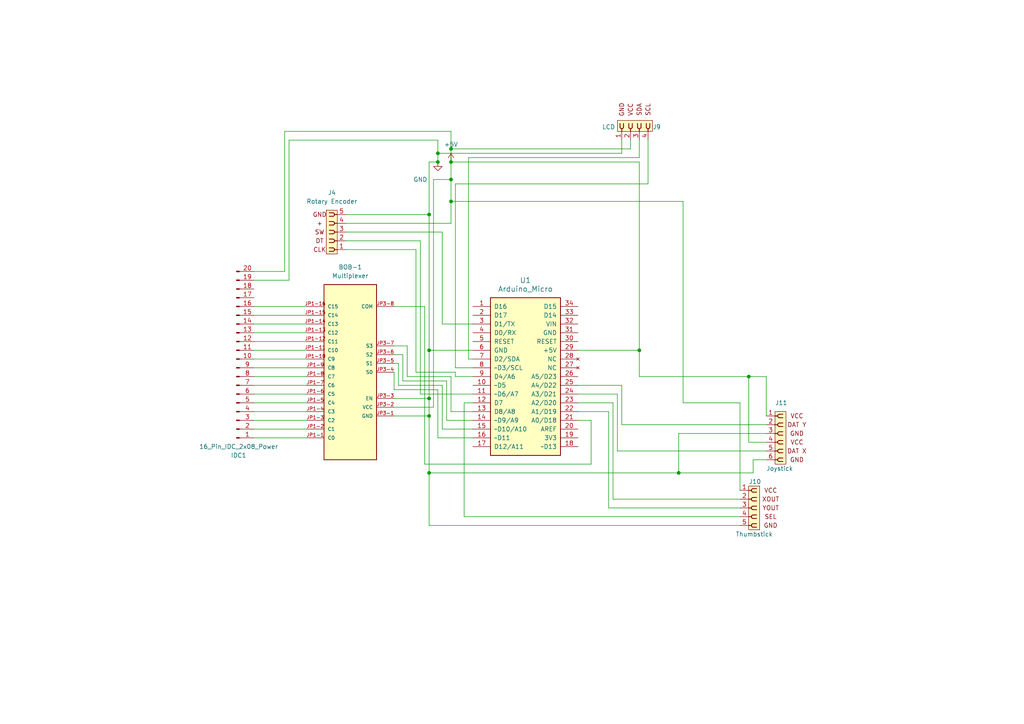
<source format=kicad_sch>
(kicad_sch (version 20230121) (generator eeschema)
  (paper "A4")
  (lib_symbols
    (symbol "16_Pin_IDC:2x09_IDC_Power" (pin_names (offset 1.016) hide)
      (property "Reference" "IDC" (at -13.97 25.4 0))
      (property "Value" "16_Pin_IDC_2x08_Power" (at -11.43 -30.48 0))
      (symbol "2x09_IDC_Power_1_1"
        (rectangle (start -15.6464 -26.543) (end -16.51 -26.797) (stroke (width 0.1524)) (fill (type outline)))
        (rectangle (start -15.6464 -24.003) (end -16.51 -24.257) (stroke (width 0.1524)) (fill (type outline)))
        (rectangle (start -15.6464 -21.463) (end -16.51 -21.717) (stroke (width 0.1524)) (fill (type outline)))
        (rectangle (start -15.6464 -18.923) (end -16.51 -19.177) (stroke (width 0.1524)) (fill (type outline)))
        (rectangle (start -15.6464 -16.383) (end -16.51 -16.637) (stroke (width 0.1524)) (fill (type outline)))
        (rectangle (start -15.6464 -13.843) (end -16.51 -14.097) (stroke (width 0.1524)) (fill (type outline)))
        (rectangle (start -15.6464 -11.303) (end -16.51 -11.557) (stroke (width 0.1524)) (fill (type outline)))
        (rectangle (start -15.6464 -8.763) (end -16.51 -9.017) (stroke (width 0.1524)) (fill (type outline)))
        (rectangle (start -15.6464 -6.223) (end -16.51 -6.477) (stroke (width 0.1524)) (fill (type outline)))
        (rectangle (start -15.6464 -3.683) (end -16.51 -3.937) (stroke (width 0.1524)) (fill (type outline)))
        (rectangle (start -15.6464 -1.143) (end -16.51 -1.397) (stroke (width 0.1524)) (fill (type outline)))
        (rectangle (start -15.6464 1.397) (end -16.51 1.143) (stroke (width 0.1524)) (fill (type outline)))
        (rectangle (start -15.6464 3.937) (end -16.51 3.683) (stroke (width 0.1524)) (fill (type outline)))
        (rectangle (start -15.6464 6.477) (end -16.51 6.223) (stroke (width 0.1524)) (fill (type outline)))
        (rectangle (start -15.6464 9.017) (end -16.51 8.763) (stroke (width 0.1524)) (fill (type outline)))
        (rectangle (start -15.6464 11.557) (end -16.51 11.303) (stroke (width 0.1524)) (fill (type outline)))
        (rectangle (start -15.6464 14.097) (end -16.51 13.843) (stroke (width 0.1524)) (fill (type outline)))
        (rectangle (start -15.6464 16.637) (end -16.51 16.383) (stroke (width 0.1524)) (fill (type outline)))
        (rectangle (start -15.6464 19.177) (end -16.51 18.923) (stroke (width 0.1524)) (fill (type outline)))
        (rectangle (start -15.6464 21.717) (end -16.51 21.463) (stroke (width 0.1524)) (fill (type outline)))
        (polyline (pts (xy -15.24 -26.67) (xy -15.6464 -26.67)) (stroke (width 0.1524)))
        (polyline (pts (xy -15.24 -24.13) (xy -15.6464 -24.13)) (stroke (width 0.1524)))
        (polyline (pts (xy -15.24 -21.59) (xy -15.6464 -21.59)) (stroke (width 0.1524)))
        (polyline (pts (xy -15.24 -19.05) (xy -15.6464 -19.05)) (stroke (width 0.1524)))
        (polyline (pts (xy -15.24 -16.51) (xy -15.6464 -16.51)) (stroke (width 0.1524)))
        (polyline (pts (xy -15.24 -13.97) (xy -15.6464 -13.97)) (stroke (width 0.1524)))
        (polyline (pts (xy -15.24 -11.43) (xy -15.6464 -11.43)) (stroke (width 0.1524)))
        (polyline (pts (xy -15.24 -8.89) (xy -15.6464 -8.89)) (stroke (width 0.1524)))
        (polyline (pts (xy -15.24 -6.35) (xy -15.6464 -6.35)) (stroke (width 0.1524)))
        (polyline (pts (xy -15.24 -3.81) (xy -15.6464 -3.81)) (stroke (width 0.1524)))
        (polyline (pts (xy -15.24 -1.27) (xy -15.6464 -1.27)) (stroke (width 0.1524)))
        (polyline (pts (xy -15.24 1.27) (xy -15.6464 1.27)) (stroke (width 0.1524)))
        (polyline (pts (xy -15.24 3.81) (xy -15.6464 3.81)) (stroke (width 0.1524)))
        (polyline (pts (xy -15.24 6.35) (xy -15.6464 6.35)) (stroke (width 0.1524)))
        (polyline (pts (xy -15.24 8.89) (xy -15.6464 8.89)) (stroke (width 0.1524)))
        (polyline (pts (xy -15.24 11.43) (xy -15.6464 11.43)) (stroke (width 0.1524)))
        (polyline (pts (xy -15.24 13.97) (xy -15.6464 13.97)) (stroke (width 0.1524)))
        (polyline (pts (xy -15.24 16.51) (xy -15.6464 16.51)) (stroke (width 0.1524)))
        (polyline (pts (xy -15.24 19.05) (xy -15.6464 19.05)) (stroke (width 0.1524)))
        (polyline (pts (xy -15.24 21.59) (xy -15.6464 21.59)) (stroke (width 0.1524)))
        (pin passive line (at -11.43 21.59 180) (length 3.81) (name "Pin_1") (number "1"))
        (pin passive line (at -11.43 -1.27 180) (length 3.81) (name "Pin_10") (number "10"))
        (pin passive line (at -11.43 -3.81 180) (length 3.81) (name "Pin_11") (number "11"))
        (pin passive line (at -11.43 -6.35 180) (length 3.81) (name "Pin_12") (number "12"))
        (pin passive line (at -11.43 -8.89 180) (length 3.81) (name "Pin_13") (number "13"))
        (pin passive line (at -11.43 -11.43 180) (length 3.81) (name "Pin_14") (number "14"))
        (pin passive line (at -11.43 -13.97 180) (length 3.81) (name "Pin_15") (number "15"))
        (pin passive line (at -11.43 -16.51 180) (length 3.81) (name "Pin_16") (number "16"))
        (pin passive line (at -11.43 -19.05 180) (length 3.81) (name "Pin_17") (number "17"))
        (pin passive line (at -11.43 -21.59 180) (length 3.81) (name "Pin_18") (number "18"))
        (pin passive line (at -11.43 -24.13 180) (length 3.81) (name "Pin_19") (number "19"))
        (pin passive line (at -11.43 19.05 180) (length 3.81) (name "Pin_2") (number "2"))
        (pin passive line (at -11.43 -26.67 180) (length 3.81) (name "Pin_20") (number "20"))
        (pin passive line (at -11.43 16.51 180) (length 3.81) (name "Pin_3") (number "3"))
        (pin passive line (at -11.43 13.97 180) (length 3.81) (name "Pin_4") (number "4"))
        (pin passive line (at -11.43 11.43 180) (length 3.81) (name "Pin_5") (number "5"))
        (pin passive line (at -11.43 8.89 180) (length 3.81) (name "Pin_6") (number "6"))
        (pin passive line (at -11.43 6.35 180) (length 3.81) (name "Pin_7") (number "7"))
        (pin passive line (at -11.43 3.81 180) (length 3.81) (name "Pin_8") (number "8"))
        (pin passive line (at -11.43 1.27 180) (length 3.81) (name "Pin_9") (number "9"))
      )
    )
    (symbol "Arduino:Arduino_Micro" (pin_names (offset 1.016))
      (property "Reference" "U" (at -10.16 26.67 0))
      (property "Value" "Arduino_Micro" (at -2.54 24.13 0))
      (symbol "Arduino_Micro_0_1"
        (rectangle (start -10.16 22.86) (end 10.16 -22.86) (stroke (width 0.254)) (fill (type background)))
      )
      (symbol "Arduino_Micro_1_1"
        (pin bidirectional line (at -15.24 20.32 0) (length 5.08) (name "D16") (number "1"))
        (pin bidirectional line (at -15.24 -2.54 0) (length 5.08) (name "~D5") (number "10"))
        (pin bidirectional line (at -15.24 -5.08 0) (length 5.08) (name "~D6/A7") (number "11"))
        (pin bidirectional line (at -15.24 -7.62 0) (length 5.08) (name "D7") (number "12"))
        (pin bidirectional line (at -15.24 -10.16 0) (length 5.08) (name "D8/A8") (number "13"))
        (pin bidirectional line (at -15.24 -12.7 0) (length 5.08) (name "~D9/A9") (number "14"))
        (pin bidirectional line (at -15.24 -15.24 0) (length 5.08) (name "~D10/A10") (number "15"))
        (pin bidirectional line (at -15.24 -17.78 0) (length 5.08) (name "~D11") (number "16"))
        (pin bidirectional line (at -15.24 -20.32 0) (length 5.08) (name "D12/A11") (number "17"))
        (pin bidirectional line (at 15.24 -20.32 180) (length 5.08) (name "~D13") (number "18"))
        (pin power_out line (at 15.24 -17.78 180) (length 5.08) (name "3V3") (number "19"))
        (pin bidirectional line (at -15.24 17.78 0) (length 5.08) (name "D17") (number "2"))
        (pin input line (at 15.24 -15.24 180) (length 5.08) (name "AREF") (number "20"))
        (pin bidirectional line (at 15.24 -12.7 180) (length 5.08) (name "A0/D18") (number "21"))
        (pin bidirectional line (at 15.24 -10.16 180) (length 5.08) (name "A1/D19") (number "22"))
        (pin bidirectional line (at 15.24 -7.62 180) (length 5.08) (name "A2/D20") (number "23"))
        (pin bidirectional line (at 15.24 -5.08 180) (length 5.08) (name "A3/D21") (number "24"))
        (pin bidirectional line (at 15.24 -2.54 180) (length 5.08) (name "A4/D22") (number "25"))
        (pin bidirectional line (at 15.24 0 180) (length 5.08) (name "A5/D23") (number "26"))
        (pin no_connect line (at 15.24 2.54 180) (length 5.08) (name "NC") (number "27"))
        (pin no_connect line (at 15.24 5.08 180) (length 5.08) (name "NC") (number "28"))
        (pin power_in line (at 15.24 7.62 180) (length 5.08) (name "+5V") (number "29"))
        (pin bidirectional line (at -15.24 15.24 0) (length 5.08) (name "D1/TX") (number "3"))
        (pin input line (at 15.24 10.16 180) (length 5.08) (name "RESET") (number "30"))
        (pin power_in line (at 15.24 12.7 180) (length 5.08) (name "GND") (number "31"))
        (pin power_out line (at 15.24 15.24 180) (length 5.08) (name "VIN") (number "32"))
        (pin bidirectional line (at 15.24 17.78 180) (length 5.08) (name "D14") (number "33"))
        (pin bidirectional line (at 15.24 20.32 180) (length 5.08) (name "D15") (number "34"))
        (pin bidirectional line (at -15.24 12.7 0) (length 5.08) (name "D0/RX") (number "4"))
        (pin input line (at -15.24 10.16 0) (length 5.08) (name "RESET") (number "5"))
        (pin power_in line (at -15.24 7.62 0) (length 5.08) (name "GND") (number "6"))
        (pin bidirectional line (at -15.24 5.08 0) (length 5.08) (name "D2/SDA") (number "7"))
        (pin bidirectional line (at -15.24 2.54 0) (length 5.08) (name "~D3/SCL") (number "8"))
        (pin bidirectional line (at -15.24 0 0) (length 5.08) (name "D4/A6") (number "9"))
      )
    )
    (symbol "CD74CH4067:BOB-09056" (pin_names (offset 1.016))
      (property "Reference" "BOB-1" (at 0 30.48 0))
      (property "Value" "BOB-09056" (at 0 27.94 0))
      (symbol "BOB-09056_0_0"
        (rectangle (start -7.62 25.4) (end 7.62 -25.4) (stroke (width 0.254)) (fill (type background)))
        (pin input line (at -12.7 -19.05 0) (length 5.08) (name "C0") (number "JP1-1"))
        (pin input line (at -12.7 3.81 0) (length 5.08) (name "C9") (number "JP1-10"))
        (pin input line (at -12.7 6.35 0) (length 5.08) (name "C10") (number "JP1-11"))
        (pin input line (at -12.7 8.89 0) (length 5.08) (name "C11") (number "JP1-12"))
        (pin input line (at -12.7 11.43 0) (length 5.08) (name "C12") (number "JP1-13"))
        (pin input line (at -12.7 13.97 0) (length 5.08) (name "C13") (number "JP1-14"))
        (pin input line (at -12.7 16.51 0) (length 5.08) (name "C14") (number "JP1-15"))
        (pin input line (at -12.7 19.05 0) (length 5.08) (name "C15") (number "JP1-16"))
        (pin input line (at -12.7 -16.51 0) (length 5.08) (name "C1") (number "JP1-2"))
        (pin input line (at -12.7 -13.97 0) (length 5.08) (name "C2") (number "JP1-3"))
        (pin input line (at -12.7 -11.43 0) (length 5.08) (name "C3") (number "JP1-4"))
        (pin input line (at -12.7 -8.89 0) (length 5.08) (name "C4") (number "JP1-5"))
        (pin input line (at -12.7 -6.35 0) (length 5.08) (name "C5") (number "JP1-6"))
        (pin input line (at -12.7 -3.81 0) (length 5.08) (name "C6") (number "JP1-7"))
        (pin input line (at -12.7 -1.27 0) (length 5.08) (name "C7") (number "JP1-8"))
        (pin input line (at -12.7 1.27 0) (length 5.08) (name "C8") (number "JP1-9"))
        (pin power_in line (at 12.7 -12.7 180) (length 5.08) (name "GND") (number "JP3-1"))
        (pin power_in line (at 12.7 -10.16 180) (length 5.08) (name "VCC") (number "JP3-2"))
        (pin input line (at 12.7 -7.62 180) (length 5.08) (name "EN") (number "JP3-3"))
        (pin input line (at 12.7 0 180) (length 5.08) (name "S0") (number "JP3-4"))
        (pin input line (at 12.7 2.54 180) (length 5.08) (name "S1") (number "JP3-5"))
        (pin input line (at 12.7 5.08 180) (length 5.08) (name "S2") (number "JP3-6"))
        (pin input line (at 12.7 7.62 180) (length 5.08) (name "S3") (number "JP3-7"))
        (pin bidirectional line (at 12.7 19.05 180) (length 5.08) (name "COM") (number "JP3-8"))
      )
    )
    (symbol "PCM_SL_Pin_Headers:PINHD_1x4_Female"
      (property "Reference" "J9" (at 0 -6.35 90))
      (property "Value" "LCD" (at 0 7.62 90))
      (symbol "PINHD_1x4_Female_0_1"
        (rectangle (start -1.27 5.08) (end 1.905 -5.08) (fill (type background)))
        (arc (start -0.508 -3.81) (mid -0.3592 -4.1692) (end 0 -4.318) (stroke (width 0.25)))
        (arc (start -0.508 -1.27) (mid -0.3592 -1.6292) (end 0 -1.778) (stroke (width 0.25)))
        (arc (start -0.508 1.27) (mid -0.3592 0.9108) (end 0 0.762) (stroke (width 0.25)))
        (arc (start -0.508 3.81) (mid -0.3592 3.4508) (end 0 3.302) (stroke (width 0.25)))
        (arc (start 0 -3.302) (mid -0.3592 -3.4508) (end -0.508 -3.81) (stroke (width 0.25)))
        (arc (start 0 -0.762) (mid -0.3592 -0.9108) (end -0.508 -1.27) (stroke (width 0.25)))
        (polyline (pts (xy -1.27 -3.81) (xy -0.508 -3.81)) (stroke (width 0.25)))
        (polyline (pts (xy -1.27 -1.27) (xy -0.508 -1.27)) (stroke (width 0.25)))
        (polyline (pts (xy -1.27 1.27) (xy -0.508 1.27)) (stroke (width 0.25)))
        (polyline (pts (xy -1.27 3.81) (xy -0.508 3.81)) (stroke (width 0.25)))
        (polyline (pts (xy 0 -4.318) (xy 1.016 -4.318)) (stroke (width 0.25)))
        (polyline (pts (xy 0 -3.302) (xy 1.016 -3.302)) (stroke (width 0.25)))
        (polyline (pts (xy 0 -1.778) (xy 1.016 -1.778)) (stroke (width 0.25)))
        (polyline (pts (xy 0 -0.762) (xy 1.016 -0.762)) (stroke (width 0.25)))
        (polyline (pts (xy 0 0.762) (xy 1.016 0.762)) (stroke (width 0.25)))
        (polyline (pts (xy 0 1.778) (xy 1.016 1.778)) (stroke (width 0.25)))
        (polyline (pts (xy 0 3.302) (xy 1.016 3.302)) (stroke (width 0.25)))
        (polyline (pts (xy 0 4.318) (xy 1.016 4.318)) (stroke (width 0.25)))
        (arc (start 0 1.778) (mid -0.3592 1.6292) (end -0.508 1.27) (stroke (width 0.25)))
        (arc (start 0 4.318) (mid -0.3592 4.1692) (end -0.508 3.81) (stroke (width 0.25)))
      )
      (symbol "PINHD_1x4_Female_1_1"
        (text "GND" (at 5.08 3.81 0) (effects (font (size 1.27 1.27))))
        (text "SCL" (at 5.08 -3.81 0) (effects (font (size 1.27 1.27))))
        (text "SDA" (at 5.08 -1.27 0) (effects (font (size 1.27 1.27))))
        (text "VCC" (at 5.08 1.27 0) (effects (font (size 1.27 1.27))))
        (pin passive line (at -3.81 3.81 0) (length 2.54) (name "") (number "1"))
        (pin passive line (at -3.81 1.27 0) (length 2.54) (name "") (number "2"))
        (pin passive line (at -3.81 -1.27 0) (length 2.54) (name "") (number "3"))
        (pin passive line (at -3.81 -3.81 0) (length 2.54) (name "") (number "4"))
      )
    )
    (symbol "PCM_SL_Pin_Headers:PINHD_1x5_Female"
      (property "Reference" "J4" (at 0.255 -11.43 0))
      (property "Value" "Rotary Encoder" (at 0.255 -8.89 0))
      (symbol "PINHD_1x5_Female_0_1"
        (rectangle (start -1.27 6.35) (end 1.905 -6.35) (fill (type background)))
        (arc (start -0.508 -5.08) (mid -0.3592 -5.4392) (end 0 -5.588) (stroke (width 0.25)))
        (arc (start -0.508 -2.54) (mid -0.3592 -2.8992) (end 0 -3.048) (stroke (width 0.25)))
        (arc (start -0.508 0) (mid -0.3592 -0.3592) (end 0 -0.508) (stroke (width 0.25)))
        (arc (start -0.508 2.54) (mid -0.3592 2.1808) (end 0 2.032) (stroke (width 0.25)))
        (arc (start -0.508 5.08) (mid -0.3592 4.7208) (end 0 4.572) (stroke (width 0.25)))
        (arc (start 0 -4.572) (mid -0.3592 -4.7208) (end -0.508 -5.08) (stroke (width 0.25)))
        (arc (start 0 -2.032) (mid -0.3592 -2.1808) (end -0.508 -2.54) (stroke (width 0.25)))
        (polyline (pts (xy -1.27 -5.08) (xy -0.508 -5.08)) (stroke (width 0.25)))
        (polyline (pts (xy -1.27 -2.54) (xy -0.508 -2.54)) (stroke (width 0.25)))
        (polyline (pts (xy -1.27 0) (xy -0.508 0)) (stroke (width 0.25)))
        (polyline (pts (xy -1.27 2.54) (xy -0.508 2.54)) (stroke (width 0.25)))
        (polyline (pts (xy -1.27 5.08) (xy -0.508 5.08)) (stroke (width 0.25)))
        (polyline (pts (xy 0 -5.588) (xy 1.016 -5.588)) (stroke (width 0.25)))
        (polyline (pts (xy 0 -4.572) (xy 1.016 -4.572)) (stroke (width 0.25)))
        (polyline (pts (xy 0 -3.048) (xy 1.016 -3.048)) (stroke (width 0.25)))
        (polyline (pts (xy 0 -2.032) (xy 1.016 -2.032)) (stroke (width 0.25)))
        (polyline (pts (xy 0 -0.508) (xy 1.016 -0.508)) (stroke (width 0.25)))
        (polyline (pts (xy 0 0.508) (xy 1.016 0.508)) (stroke (width 0.25)))
        (polyline (pts (xy 0 2.032) (xy 1.016 2.032)) (stroke (width 0.25)))
        (polyline (pts (xy 0 3.048) (xy 1.016 3.048)) (stroke (width 0.25)))
        (polyline (pts (xy 0 4.572) (xy 1.016 4.572)) (stroke (width 0.25)))
        (polyline (pts (xy 0 5.588) (xy 1.016 5.588)) (stroke (width 0.25)))
        (arc (start 0 0.508) (mid -0.3592 0.3592) (end -0.508 0) (stroke (width 0.25)))
        (arc (start 0 3.048) (mid -0.3592 2.8992) (end -0.508 2.54) (stroke (width 0.25)))
        (arc (start 0 5.588) (mid -0.3592 5.4392) (end -0.508 5.08) (stroke (width 0.25)))
      )
      (symbol "PINHD_1x5_Female_1_1"
        (text "+" (at 3.81 -2.54 0) (effects (font (size 1.27 1.27))))
        (text "CLK" (at 3.81 5.08 0) (effects (font (size 1.27 1.27))))
        (text "DT" (at 3.81 2.54 0) (effects (font (size 1.27 1.27))))
        (text "GND" (at 3.81 -5.08 0) (effects (font (size 1.27 1.27))))
        (text "SW" (at 3.81 0 0) (effects (font (size 1.27 1.27))))
        (pin passive line (at -3.81 5.08 0) (length 2.54) (name "") (number "1"))
        (pin passive line (at -3.81 2.54 0) (length 2.54) (name "") (number "2"))
        (pin passive line (at -3.81 0 0) (length 2.54) (name "") (number "3"))
        (pin passive line (at -3.81 -2.54 0) (length 2.54) (name "") (number "4"))
        (pin passive line (at -3.81 -5.08 0) (length 2.54) (name "") (number "5"))
      )
    )
    (symbol "PCM_SL_Pin_Headers:PINHD_1x6_Female"
      (property "Reference" "J11" (at -1.27 10.16 0))
      (property "Value" "Joystick" (at -3.81 -8.89 0))
      (symbol "PINHD_1x6_Female_0_1"
        (rectangle (start -1.27 7.62) (end 1.905 -7.62) (fill (type background)))
        (arc (start -0.508 -6.35) (mid -0.3592 -6.7092) (end 0 -6.858) (stroke (width 0.25)))
        (arc (start -0.508 -3.81) (mid -0.3592 -4.1692) (end 0 -4.318) (stroke (width 0.25)))
        (arc (start -0.508 -1.27) (mid -0.3592 -1.6292) (end 0 -1.778) (stroke (width 0.25)))
        (arc (start -0.508 1.27) (mid -0.3592 0.9108) (end 0 0.762) (stroke (width 0.25)))
        (arc (start -0.508 3.81) (mid -0.3592 3.4508) (end 0 3.302) (stroke (width 0.25)))
        (arc (start -0.508 6.35) (mid -0.3592 5.9908) (end 0 5.842) (stroke (width 0.25)))
        (arc (start 0 -5.842) (mid -0.3592 -5.9908) (end -0.508 -6.35) (stroke (width 0.25)))
        (arc (start 0 -3.302) (mid -0.3592 -3.4508) (end -0.508 -3.81) (stroke (width 0.25)))
        (arc (start 0 -0.762) (mid -0.3592 -0.9108) (end -0.508 -1.27) (stroke (width 0.25)))
        (polyline (pts (xy -1.27 -6.35) (xy -0.508 -6.35)) (stroke (width 0.25)))
        (polyline (pts (xy -1.27 -3.81) (xy -0.508 -3.81)) (stroke (width 0.25)))
        (polyline (pts (xy -1.27 -1.27) (xy -0.508 -1.27)) (stroke (width 0.25)))
        (polyline (pts (xy -1.27 1.27) (xy -0.508 1.27)) (stroke (width 0.25)))
        (polyline (pts (xy -1.27 3.81) (xy -0.508 3.81)) (stroke (width 0.25)))
        (polyline (pts (xy -1.27 6.35) (xy -0.508 6.35)) (stroke (width 0.25)))
        (polyline (pts (xy 0 -6.858) (xy 1.016 -6.858)) (stroke (width 0.25)))
        (polyline (pts (xy 0 -5.842) (xy 1.016 -5.842)) (stroke (width 0.25)))
        (polyline (pts (xy 0 -4.318) (xy 1.016 -4.318)) (stroke (width 0.25)))
        (polyline (pts (xy 0 -3.302) (xy 1.016 -3.302)) (stroke (width 0.25)))
        (polyline (pts (xy 0 -1.778) (xy 1.016 -1.778)) (stroke (width 0.25)))
        (polyline (pts (xy 0 -0.762) (xy 1.016 -0.762)) (stroke (width 0.25)))
        (polyline (pts (xy 0 0.762) (xy 1.016 0.762)) (stroke (width 0.25)))
        (polyline (pts (xy 0 1.778) (xy 1.016 1.778)) (stroke (width 0.25)))
        (polyline (pts (xy 0 3.302) (xy 1.016 3.302)) (stroke (width 0.25)))
        (polyline (pts (xy 0 4.318) (xy 1.016 4.318)) (stroke (width 0.25)))
        (polyline (pts (xy 0 5.842) (xy 1.016 5.842)) (stroke (width 0.25)))
        (polyline (pts (xy 0 6.858) (xy 1.016 6.858)) (stroke (width 0.25)))
        (arc (start 0 1.778) (mid -0.3592 1.6292) (end -0.508 1.27) (stroke (width 0.25)))
        (arc (start 0 4.318) (mid -0.3592 4.1692) (end -0.508 3.81) (stroke (width 0.25)))
        (arc (start 0 6.858) (mid -0.3592 6.7092) (end -0.508 6.35) (stroke (width 0.25)))
      )
      (symbol "PINHD_1x6_Female_1_1"
        (text "DAT X" (at 5.08 -3.81 0) (effects (font (size 1.27 1.27))))
        (text "DAT Y" (at 5.08 3.81 0) (effects (font (size 1.27 1.27))))
        (text "GND" (at 5.08 -6.35 0) (effects (font (size 1.27 1.27))))
        (text "GND" (at 5.08 1.27 0) (effects (font (size 1.27 1.27))))
        (text "VCC" (at 5.08 -1.27 0) (effects (font (size 1.27 1.27))))
        (text "VCC" (at 5.08 6.35 0) (effects (font (size 1.27 1.27))))
        (pin passive line (at -3.81 6.35 0) (length 2.54) (name "") (number "1"))
        (pin passive line (at -3.81 3.81 0) (length 2.54) (name "") (number "2"))
        (pin passive line (at -3.81 1.27 0) (length 2.54) (name "") (number "3"))
        (pin passive line (at -3.81 -1.27 0) (length 2.54) (name "") (number "4"))
        (pin passive line (at -3.81 -3.81 0) (length 2.54) (name "") (number "5"))
        (pin passive line (at -3.81 -6.35 0) (length 2.54) (name "") (number "6"))
      )
    )
    (symbol "PINHD_1x5_Female_1"
      (property "Reference" "J10" (at -1.27 7.62 0))
      (property "Value" "Thumbstick" (at -5.08 -7.62 0))
      (symbol "PINHD_1x5_Female_1_0_1"
        (rectangle (start -1.27 6.35) (end 1.905 -6.35) (fill (type background)))
        (arc (start -0.508 -5.08) (mid -0.3592 -5.4392) (end 0 -5.588) (stroke (width 0.25)))
        (arc (start -0.508 -2.54) (mid -0.3592 -2.8992) (end 0 -3.048) (stroke (width 0.25)))
        (arc (start -0.508 0) (mid -0.3592 -0.3592) (end 0 -0.508) (stroke (width 0.25)))
        (arc (start -0.508 2.54) (mid -0.3592 2.1808) (end 0 2.032) (stroke (width 0.25)))
        (arc (start -0.508 5.08) (mid -0.3592 4.7208) (end 0 4.572) (stroke (width 0.25)))
        (arc (start 0 -4.572) (mid -0.3592 -4.7208) (end -0.508 -5.08) (stroke (width 0.25)))
        (arc (start 0 -2.032) (mid -0.3592 -2.1808) (end -0.508 -2.54) (stroke (width 0.25)))
        (polyline (pts (xy -1.27 -5.08) (xy -0.508 -5.08)) (stroke (width 0.25)))
        (polyline (pts (xy -1.27 -2.54) (xy -0.508 -2.54)) (stroke (width 0.25)))
        (polyline (pts (xy -1.27 0) (xy -0.508 0)) (stroke (width 0.25)))
        (polyline (pts (xy -1.27 2.54) (xy -0.508 2.54)) (stroke (width 0.25)))
        (polyline (pts (xy -1.27 5.08) (xy -0.508 5.08)) (stroke (width 0.25)))
        (polyline (pts (xy 0 -5.588) (xy 1.016 -5.588)) (stroke (width 0.25)))
        (polyline (pts (xy 0 -4.572) (xy 1.016 -4.572)) (stroke (width 0.25)))
        (polyline (pts (xy 0 -3.048) (xy 1.016 -3.048)) (stroke (width 0.25)))
        (polyline (pts (xy 0 -2.032) (xy 1.016 -2.032)) (stroke (width 0.25)))
        (polyline (pts (xy 0 -0.508) (xy 1.016 -0.508)) (stroke (width 0.25)))
        (polyline (pts (xy 0 0.508) (xy 1.016 0.508)) (stroke (width 0.25)))
        (polyline (pts (xy 0 2.032) (xy 1.016 2.032)) (stroke (width 0.25)))
        (polyline (pts (xy 0 3.048) (xy 1.016 3.048)) (stroke (width 0.25)))
        (polyline (pts (xy 0 4.572) (xy 1.016 4.572)) (stroke (width 0.25)))
        (polyline (pts (xy 0 5.588) (xy 1.016 5.588)) (stroke (width 0.25)))
        (arc (start 0 0.508) (mid -0.3592 0.3592) (end -0.508 0) (stroke (width 0.25)))
        (arc (start 0 3.048) (mid -0.3592 2.8992) (end -0.508 2.54) (stroke (width 0.25)))
        (arc (start 0 5.588) (mid -0.3592 5.4392) (end -0.508 5.08) (stroke (width 0.25)))
      )
      (symbol "PINHD_1x5_Female_1_1_1"
        (text "GND" (at 5.08 -5.08 0) (effects (font (size 1.27 1.27))))
        (text "SEL" (at 5.08 -2.54 0) (effects (font (size 1.27 1.27))))
        (text "VCC" (at 5.08 5.08 0) (effects (font (size 1.27 1.27))))
        (text "XOUT" (at 5.08 2.54 0) (effects (font (size 1.27 1.27))))
        (text "YOUT" (at 5.08 0 0) (effects (font (size 1.27 1.27))))
        (pin passive line (at -3.81 5.08 0) (length 2.54) (name "") (number "1"))
        (pin passive line (at -3.81 2.54 0) (length 2.54) (name "") (number "2"))
        (pin passive line (at -3.81 0 0) (length 2.54) (name "") (number "3"))
        (pin passive line (at -3.81 -2.54 0) (length 2.54) (name "") (number "4"))
        (pin passive line (at -3.81 -5.08 0) (length 2.54) (name "") (number "5"))
      )
    )
    (symbol "power:+5V" (power) (pin_names (offset 0))
      (property "Value" "+5V" (at 0 3.556 0))
      (symbol "+5V_0_1"
        (polyline (pts (xy -0.762 1.27) (xy 0 2.54)))
        (polyline (pts (xy 0 0) (xy 0 2.54)))
        (polyline (pts (xy 0 2.54) (xy 0.762 1.27)))
      )
      (symbol "+5V_1_1"
        (pin power_in line (at 0 0 90) (length 0) hide (name "+5V") (number "1"))
      )
    )
    (symbol "power:GND" (power) (pin_names (offset 0))
      (property "Value" "GND" (at 0 -3.81 0))
      (symbol "GND_0_1"
        (polyline (pts (xy 0 0) (xy 0 -1.27) (xy 1.27 -1.27) (xy 0 -2.54) (xy -1.27 -1.27) (xy 0 -1.27)))
      )
      (symbol "GND_1_1"
        (pin power_in line (at 0 0 270) (length 0) hide (name "GND") (number "1"))
      )
    )
  )
  (junction (at 124.46 62.23))
  (junction (at 130.81 58.42))
  (junction (at 124.46 120.65))
  (junction (at 217.17 109.22))
  (junction (at 130.81 52.07))
  (junction (at 196.85 137.16))
  (junction (at 124.46 137.16))
  (junction (at 127 44.45))
  (junction (at 127 46.99))
  (junction (at 130.81 46.99))
  (junction (at 130.81 43.18))
  (junction (at 124.46 115.57))
  (junction (at 124.46 101.6))
  (junction (at 185.42 101.6))
  (wire (pts (xy 179.07 114.3) (xy 167.64 114.3)))
  (wire (pts (xy 185.42 109.22) (xy 217.17 109.22)))
  (wire (pts (xy 83.82 40.64) (xy 83.82 81.28)))
  (wire (pts (xy 114.3 118.11) (xy 125.73 118.11)))
  (wire (pts (xy 129.54 110.49) (xy 116.84 110.49)))
  (wire (pts (xy 185.42 109.22) (xy 185.42 101.6)))
  (wire (pts (xy 222.25 109.22) (xy 217.17 109.22)))
  (wire (pts (xy 124.46 101.6) (xy 124.46 115.57)))
  (wire (pts (xy 214.63 149.86) (xy 134.62 149.86)))
  (wire (pts (xy 187.96 53.34) (xy 132.08 53.34)))
  (wire (pts (xy 129.54 110.49) (xy 129.54 121.92)))
  (wire (pts (xy 130.81 38.1) (xy 82.55 38.1)))
  (wire (pts (xy 177.8 144.78) (xy 177.8 116.84)))
  (wire (pts (xy 132.08 53.34) (xy 132.08 106.68)))
  (wire (pts (xy 198.12 116.84) (xy 198.12 58.42)))
  (wire (pts (xy 127 127) (xy 137.16 127)))
  (wire (pts (xy 114.3 120.65) (xy 124.46 120.65)))
  (wire (pts (xy 222.25 120.65) (xy 222.25 109.22)))
  (wire (pts (xy 130.81 58.42) (xy 130.81 52.07)))
  (wire (pts (xy 128.27 93.98) (xy 137.16 93.98)))
  (wire (pts (xy 73.66 96.52) (xy 88.9 96.52)))
  (wire (pts (xy 100.33 69.85) (xy 121.92 69.85)))
  (wire (pts (xy 116.84 110.49) (xy 116.84 102.87)))
  (wire (pts (xy 73.66 109.22) (xy 88.9 109.22)))
  (wire (pts (xy 167.64 101.6) (xy 185.42 101.6)))
  (wire (pts (xy 128.27 67.31) (xy 128.27 93.98)))
  (wire (pts (xy 132.08 106.68) (xy 137.16 106.68)))
  (wire (pts (xy 171.45 134.62) (xy 171.45 121.92)))
  (wire (pts (xy 73.66 93.98) (xy 88.9 93.98)))
  (wire (pts (xy 167.64 116.84) (xy 177.8 116.84)))
  (wire (pts (xy 123.19 134.62) (xy 171.45 134.62)))
  (wire (pts (xy 100.33 62.23) (xy 124.46 62.23)))
  (wire (pts (xy 73.66 114.3) (xy 88.9 114.3)))
  (wire (pts (xy 121.92 114.3) (xy 137.16 114.3)))
  (wire (pts (xy 132.08 109.22) (xy 132.08 107.95)))
  (wire (pts (xy 127 40.64) (xy 127 44.45)))
  (wire (pts (xy 73.66 104.14) (xy 88.9 104.14)))
  (wire (pts (xy 218.44 133.35) (xy 218.44 137.16)))
  (wire (pts (xy 222.25 125.73) (xy 196.85 125.73)))
  (wire (pts (xy 125.73 52.07) (xy 130.81 52.07)))
  (wire (pts (xy 73.66 78.74) (xy 82.55 78.74)))
  (wire (pts (xy 127 40.64) (xy 83.82 40.64)))
  (wire (pts (xy 114.3 107.95) (xy 114.3 113.03)))
  (wire (pts (xy 114.3 115.57) (xy 124.46 115.57)))
  (wire (pts (xy 115.57 111.76) (xy 128.27 111.76)))
  (wire (pts (xy 135.89 104.14) (xy 137.16 104.14)))
  (wire (pts (xy 176.53 119.38) (xy 167.64 119.38)))
  (wire (pts (xy 134.62 116.84) (xy 137.16 116.84)))
  (wire (pts (xy 180.34 40.64) (xy 180.34 44.45)))
  (wire (pts (xy 214.63 144.78) (xy 177.8 144.78)))
  (wire (pts (xy 179.07 130.81) (xy 179.07 114.3)))
  (wire (pts (xy 128.27 111.76) (xy 128.27 124.46)))
  (wire (pts (xy 218.44 133.35) (xy 222.25 133.35)))
  (wire (pts (xy 182.88 43.18) (xy 130.81 43.18)))
  (wire (pts (xy 82.55 38.1) (xy 82.55 78.74)))
  (wire (pts (xy 100.33 67.31) (xy 128.27 67.31)))
  (wire (pts (xy 222.25 123.19) (xy 180.34 123.19)))
  (wire (pts (xy 217.17 128.27) (xy 217.17 109.22)))
  (wire (pts (xy 130.81 38.1) (xy 130.81 43.18)))
  (wire (pts (xy 135.89 45.72) (xy 135.89 104.14)))
  (wire (pts (xy 196.85 125.73) (xy 196.85 137.16)))
  (wire (pts (xy 134.62 149.86) (xy 134.62 116.84)))
  (wire (pts (xy 187.96 40.64) (xy 187.96 53.34)))
  (wire (pts (xy 120.65 107.95) (xy 120.65 72.39)))
  (wire (pts (xy 130.81 58.42) (xy 198.12 58.42)))
  (wire (pts (xy 73.66 119.38) (xy 88.9 119.38)))
  (wire (pts (xy 222.25 128.27) (xy 217.17 128.27)))
  (wire (pts (xy 73.66 116.84) (xy 88.9 116.84)))
  (wire (pts (xy 214.63 147.32) (xy 176.53 147.32)))
  (wire (pts (xy 124.46 120.65) (xy 124.46 137.16)))
  (wire (pts (xy 124.46 115.57) (xy 124.46 120.65)))
  (wire (pts (xy 124.46 46.99) (xy 124.46 62.23)))
  (wire (pts (xy 127 113.03) (xy 127 127)))
  (wire (pts (xy 116.84 102.87) (xy 114.3 102.87)))
  (wire (pts (xy 125.73 118.11) (xy 125.73 52.07)))
  (wire (pts (xy 130.81 109.22) (xy 118.11 109.22)))
  (wire (pts (xy 73.66 124.46) (xy 88.9 124.46)))
  (wire (pts (xy 73.66 106.68) (xy 88.9 106.68)))
  (wire (pts (xy 73.66 127) (xy 88.9 127)))
  (wire (pts (xy 171.45 121.92) (xy 167.64 121.92)))
  (wire (pts (xy 214.63 116.84) (xy 198.12 116.84)))
  (wire (pts (xy 73.66 111.76) (xy 88.9 111.76)))
  (wire (pts (xy 180.34 111.76) (xy 167.64 111.76)))
  (wire (pts (xy 185.42 40.64) (xy 185.42 45.72)))
  (wire (pts (xy 124.46 101.6) (xy 137.16 101.6)))
  (wire (pts (xy 185.42 46.99) (xy 130.81 46.99)))
  (wire (pts (xy 185.42 46.99) (xy 185.42 101.6)))
  (wire (pts (xy 73.66 121.92) (xy 88.9 121.92)))
  (wire (pts (xy 124.46 62.23) (xy 124.46 101.6)))
  (wire (pts (xy 180.34 123.19) (xy 180.34 111.76)))
  (wire (pts (xy 222.25 130.81) (xy 179.07 130.81)))
  (wire (pts (xy 73.66 101.6) (xy 88.9 101.6)))
  (wire (pts (xy 218.44 137.16) (xy 196.85 137.16)))
  (wire (pts (xy 130.81 119.38) (xy 137.16 119.38)))
  (wire (pts (xy 73.66 88.9) (xy 88.9 88.9)))
  (wire (pts (xy 127 44.45) (xy 127 46.99)))
  (wire (pts (xy 115.57 105.41) (xy 115.57 111.76)))
  (wire (pts (xy 196.85 137.16) (xy 124.46 137.16)))
  (wire (pts (xy 73.66 81.28) (xy 83.82 81.28)))
  (wire (pts (xy 118.11 109.22) (xy 118.11 100.33)))
  (wire (pts (xy 114.3 105.41) (xy 115.57 105.41)))
  (wire (pts (xy 132.08 107.95) (xy 120.65 107.95)))
  (wire (pts (xy 114.3 113.03) (xy 127 113.03)))
  (wire (pts (xy 100.33 64.77) (xy 130.81 64.77)))
  (wire (pts (xy 130.81 64.77) (xy 130.81 58.42)))
  (wire (pts (xy 121.92 69.85) (xy 121.92 114.3)))
  (wire (pts (xy 124.46 152.4) (xy 124.46 137.16)))
  (wire (pts (xy 114.3 88.9) (xy 123.19 88.9)))
  (wire (pts (xy 176.53 147.32) (xy 176.53 119.38)))
  (wire (pts (xy 129.54 121.92) (xy 137.16 121.92)))
  (wire (pts (xy 214.63 152.4) (xy 124.46 152.4)))
  (wire (pts (xy 137.16 109.22) (xy 132.08 109.22)))
  (wire (pts (xy 128.27 124.46) (xy 137.16 124.46)))
  (wire (pts (xy 124.46 46.99) (xy 127 46.99)))
  (wire (pts (xy 73.66 99.06) (xy 88.9 99.06)))
  (wire (pts (xy 214.63 142.24) (xy 214.63 116.84)))
  (wire (pts (xy 130.81 52.07) (xy 130.81 46.99)))
  (wire (pts (xy 73.66 91.44) (xy 88.9 91.44)))
  (wire (pts (xy 123.19 88.9) (xy 123.19 134.62)))
  (wire (pts (xy 130.81 43.18) (xy 130.81 46.99)))
  (wire (pts (xy 182.88 40.64) (xy 182.88 43.18)))
  (wire (pts (xy 114.3 100.33) (xy 118.11 100.33)))
  (wire (pts (xy 130.81 109.22) (xy 130.81 119.38)))
  (wire (pts (xy 127 44.45) (xy 180.34 44.45)))
  (wire (pts (xy 100.33 72.39) (xy 120.65 72.39)))
  (wire (pts (xy 185.42 45.72) (xy 135.89 45.72)))
  (symbol (lib_id "PCM_SL_Pin_Headers:PINHD_1x4_Female") (at 184.15 36.83 90) (unit 1)
    (property "Reference" "J9" (at 190.5 36.83 90))
    (property "Value" "LCD" (at 176.53 36.83 90))
    (property "Footprint" "Connector_PinSocket_2.54mm:PinSocket_1x04_P2.54mm_Vertical" (effects hide))
  )
  (symbol (lib_name "PINHD_1x5_Female_1") (lib_id "PCM_SL_Pin_Headers:PINHD_1x5_Female") (at 218.44 147.32 0) (unit 1)
    (property "Reference" "J10" (at 217.17 139.7 0) (effects (justify left)))
    (property "Value" "Thumbstick" (at 213.36 154.94 0) (effects (justify left)))
    (property "Footprint" "Connector_PinSocket_2.54mm:PinSocket_1x05_P2.54mm_Vertical" (effects hide))
  )
  (symbol (lib_id "PCM_SL_Pin_Headers:PINHD_1x6_Female") (at 226.06 127 0) (unit 1)
    (property "Reference" "J11" (at 224.79 116.84 0) (effects (justify left)))
    (property "Value" "Joystick" (at 222.25 135.89 0) (effects (justify left)))
    (property "Footprint" "Connector_PinSocket_2.54mm:PinSocket_1x06_P2.54mm_Vertical" (effects hide))
  )
  (symbol (lib_id "CD74CH4067:BOB-09056") (at 101.6 107.95 0) (unit 1)
    (property "Reference" "BOB-1" (at 101.6 77.47 0))
    (property "Value" "Multiplexer" (at 101.6 80.01 0))
    (property "Footprint" "CD74CH4067:BOB-09056" (effects hide))
    (property "MF" "SparkFun Electronics" (effects hide))
    (property "MAXIMUM_PACKAGE_HEIGHT" "N/A" (effects hide))
    (property "Package" "None" (effects hide))
    (property "Price" "None" (effects hide))
    (property "Check_prices" "https://www.snapeda.com/parts/BOB-09056/SparkFun+Electronics/view-part/?ref=eda" (effects hide))
    (property "STANDARD" "Manufacturer Recommendations" (effects hide))
    (property "PARTREV" "v11" (effects hide))
    (property "SnapEDA_Link" "https://www.snapeda.com/parts/BOB-09056/SparkFun+Electronics/view-part/?ref=snap" (effects hide))
    (property "MP" "BOB-09056" (effects hide))
    (property "Purchase-URL" "https://www.snapeda.com/api/url_track_click_mouser/?unipart_id=482777&manufacturer=SparkFun Electronics&part_name=BOB-09056&search_term=None" (effects hide))
    (property "Description" "\n74HC4067 Analog and Digital Switch Interface Evaluation Board\n" (effects hide))
    (property "Availability" "In Stock" (effects hide))
    (property "MANUFACTURER" "SparkFun Electronics" (effects hide))
  )
  (symbol (lib_id "16_Pin_IDC:2x09_IDC_Power") (at 85.09 105.41 0) (mirror x) (unit 1)
    (property "Reference" "IDC1" (at 69.215 132.08 0))
    (property "Value" "16_Pin_IDC_2x08_Power" (at 69.215 129.54 0))
    (property "Footprint" "Connector_IDC:IDC-Header_2x10_P2.54mm_Vertical" (effects hide))
  )
  (symbol (lib_id "PCM_SL_Pin_Headers:PINHD_1x5_Female") (at 96.52 67.31 180) (unit 1)
    (property "Reference" "J4" (at 96.265 55.88 0))
    (property "Value" "Rotary Encoder" (at 96.265 58.42 0))
    (property "Footprint" "Connector_PinSocket_2.54mm:PinSocket_1x05_P2.54mm_Vertical" (effects hide))
  )
  (symbol (lib_id "power:GND") (at 127 46.99 0) (unit 1)
    (property "Reference" "#PWR01" (effects hide))
    (property "Value" "GND" (at 121.92 52.07 0))
  )
  (symbol (lib_id "Arduino:Arduino_Micro") (at 152.4 109.22 0) (unit 1)
    (property "Reference" "U1" (at 152.4 81.28 0) (effects (font (size 1.524 1.524))))
    (property "Value" "Arduino_Micro" (at 152.4 83.82 0) (effects (font (size 1.524 1.524))))
    (property "Footprint" "Arduino:Arduino_Micro" (effects hide))
    (property "Datasheet" "https://store.arduino.cc/usa/arduino-micro" (effects hide))
  )
  (symbol (lib_id "power:+5V") (at 130.81 46.99 0) (unit 1)
    (property "Reference" "#PWR02" (effects hide))
    (property "Value" "+5V" (at 130.81 41.91 0))
  )
)
</source>
